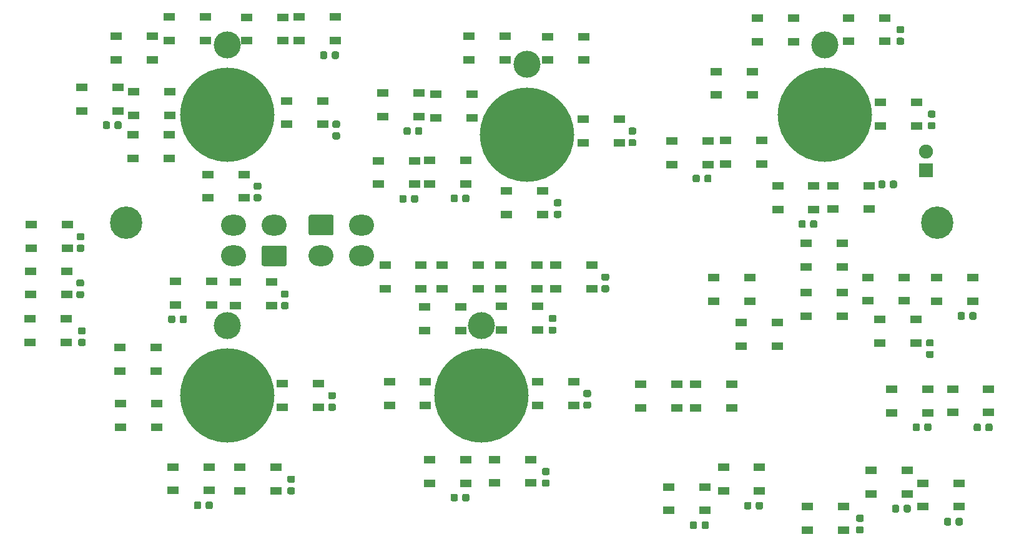
<source format=gbr>
G04 #@! TF.GenerationSoftware,KiCad,Pcbnew,(5.1.6)-1*
G04 #@! TF.CreationDate,2021-02-10T22:01:06+11:00*
G04 #@! TF.ProjectId,SIM CNTL Panel PCB V2,53494d20-434e-4544-9c20-50616e656c20,rev?*
G04 #@! TF.SameCoordinates,Original*
G04 #@! TF.FileFunction,Soldermask,Top*
G04 #@! TF.FilePolarity,Negative*
%FSLAX46Y46*%
G04 Gerber Fmt 4.6, Leading zero omitted, Abs format (unit mm)*
G04 Created by KiCad (PCBNEW (5.1.6)-1) date 2021-02-10 22:01:06*
%MOMM*%
%LPD*%
G01*
G04 APERTURE LIST*
%ADD10R,1.600000X1.100000*%
%ADD11C,1.900000*%
%ADD12R,1.900000X1.900000*%
%ADD13C,4.400000*%
%ADD14C,12.800000*%
%ADD15C,3.672000*%
%ADD16O,3.400000X2.800000*%
G04 APERTURE END LIST*
G04 #@! TO.C,C2*
G36*
G01*
X174682500Y-77571250D02*
X174682500Y-77008750D01*
G75*
G02*
X174926250Y-76765000I243750J0D01*
G01*
X175413750Y-76765000D01*
G75*
G02*
X175657500Y-77008750I0J-243750D01*
G01*
X175657500Y-77571250D01*
G75*
G02*
X175413750Y-77815000I-243750J0D01*
G01*
X174926250Y-77815000D01*
G75*
G02*
X174682500Y-77571250I0J243750D01*
G01*
G37*
G36*
G01*
X173107500Y-77571250D02*
X173107500Y-77008750D01*
G75*
G02*
X173351250Y-76765000I243750J0D01*
G01*
X173838750Y-76765000D01*
G75*
G02*
X174082500Y-77008750I0J-243750D01*
G01*
X174082500Y-77571250D01*
G75*
G02*
X173838750Y-77815000I-243750J0D01*
G01*
X173351250Y-77815000D01*
G75*
G02*
X173107500Y-77571250I0J243750D01*
G01*
G37*
G04 #@! TD*
D10*
G04 #@! TO.C,D2*
X94933600Y-57988400D03*
X94933600Y-61188400D03*
X99833600Y-57988400D03*
X99833600Y-61188400D03*
G04 #@! TD*
D11*
G04 #@! TO.C,D1*
X204725000Y-73625000D03*
D12*
X204725000Y-76165000D03*
G04 #@! TD*
G04 #@! TO.C,C29*
G36*
G01*
X204512500Y-111331250D02*
X204512500Y-110768750D01*
G75*
G02*
X204756250Y-110525000I243750J0D01*
G01*
X205243750Y-110525000D01*
G75*
G02*
X205487500Y-110768750I0J-243750D01*
G01*
X205487500Y-111331250D01*
G75*
G02*
X205243750Y-111575000I-243750J0D01*
G01*
X204756250Y-111575000D01*
G75*
G02*
X204512500Y-111331250I0J243750D01*
G01*
G37*
G36*
G01*
X202937500Y-111331250D02*
X202937500Y-110768750D01*
G75*
G02*
X203181250Y-110525000I243750J0D01*
G01*
X203668750Y-110525000D01*
G75*
G02*
X203912500Y-110768750I0J-243750D01*
G01*
X203912500Y-111331250D01*
G75*
G02*
X203668750Y-111575000I-243750J0D01*
G01*
X203181250Y-111575000D01*
G75*
G02*
X202937500Y-111331250I0J243750D01*
G01*
G37*
G04 #@! TD*
G04 #@! TO.C,C18*
G36*
G01*
X135462500Y-71131250D02*
X135462500Y-70568750D01*
G75*
G02*
X135706250Y-70325000I243750J0D01*
G01*
X136193750Y-70325000D01*
G75*
G02*
X136437500Y-70568750I0J-243750D01*
G01*
X136437500Y-71131250D01*
G75*
G02*
X136193750Y-71375000I-243750J0D01*
G01*
X135706250Y-71375000D01*
G75*
G02*
X135462500Y-71131250I0J243750D01*
G01*
G37*
G36*
G01*
X133887500Y-71131250D02*
X133887500Y-70568750D01*
G75*
G02*
X134131250Y-70325000I243750J0D01*
G01*
X134618750Y-70325000D01*
G75*
G02*
X134862500Y-70568750I0J-243750D01*
G01*
X134862500Y-71131250D01*
G75*
G02*
X134618750Y-71375000I-243750J0D01*
G01*
X134131250Y-71375000D01*
G75*
G02*
X133887500Y-71131250I0J243750D01*
G01*
G37*
G04 #@! TD*
G04 #@! TO.C,C17*
G36*
G01*
X125051250Y-70417500D02*
X124488750Y-70417500D01*
G75*
G02*
X124245000Y-70173750I0J243750D01*
G01*
X124245000Y-69686250D01*
G75*
G02*
X124488750Y-69442500I243750J0D01*
G01*
X125051250Y-69442500D01*
G75*
G02*
X125295000Y-69686250I0J-243750D01*
G01*
X125295000Y-70173750D01*
G75*
G02*
X125051250Y-70417500I-243750J0D01*
G01*
G37*
G36*
G01*
X125051250Y-71992500D02*
X124488750Y-71992500D01*
G75*
G02*
X124245000Y-71748750I0J243750D01*
G01*
X124245000Y-71261250D01*
G75*
G02*
X124488750Y-71017500I243750J0D01*
G01*
X125051250Y-71017500D01*
G75*
G02*
X125295000Y-71261250I0J-243750D01*
G01*
X125295000Y-71748750D01*
G75*
G02*
X125051250Y-71992500I-243750J0D01*
G01*
G37*
G04 #@! TD*
G04 #@! TO.C,C37*
G36*
G01*
X164643750Y-71937500D02*
X165206250Y-71937500D01*
G75*
G02*
X165450000Y-72181250I0J-243750D01*
G01*
X165450000Y-72668750D01*
G75*
G02*
X165206250Y-72912500I-243750J0D01*
G01*
X164643750Y-72912500D01*
G75*
G02*
X164400000Y-72668750I0J243750D01*
G01*
X164400000Y-72181250D01*
G75*
G02*
X164643750Y-71937500I243750J0D01*
G01*
G37*
G36*
G01*
X164643750Y-70362500D02*
X165206250Y-70362500D01*
G75*
G02*
X165450000Y-70606250I0J-243750D01*
G01*
X165450000Y-71093750D01*
G75*
G02*
X165206250Y-71337500I-243750J0D01*
G01*
X164643750Y-71337500D01*
G75*
G02*
X164400000Y-71093750I0J243750D01*
G01*
X164400000Y-70606250D01*
G75*
G02*
X164643750Y-70362500I243750J0D01*
G01*
G37*
G04 #@! TD*
G04 #@! TO.C,C36*
G36*
G01*
X212787500Y-111356250D02*
X212787500Y-110793750D01*
G75*
G02*
X213031250Y-110550000I243750J0D01*
G01*
X213518750Y-110550000D01*
G75*
G02*
X213762500Y-110793750I0J-243750D01*
G01*
X213762500Y-111356250D01*
G75*
G02*
X213518750Y-111600000I-243750J0D01*
G01*
X213031250Y-111600000D01*
G75*
G02*
X212787500Y-111356250I0J243750D01*
G01*
G37*
G36*
G01*
X211212500Y-111356250D02*
X211212500Y-110793750D01*
G75*
G02*
X211456250Y-110550000I243750J0D01*
G01*
X211943750Y-110550000D01*
G75*
G02*
X212187500Y-110793750I0J-243750D01*
G01*
X212187500Y-111356250D01*
G75*
G02*
X211943750Y-111600000I-243750J0D01*
G01*
X211456250Y-111600000D01*
G75*
G02*
X211212500Y-111356250I0J243750D01*
G01*
G37*
G04 #@! TD*
G04 #@! TO.C,C35*
G36*
G01*
X189037500Y-83756250D02*
X189037500Y-83193750D01*
G75*
G02*
X189281250Y-82950000I243750J0D01*
G01*
X189768750Y-82950000D01*
G75*
G02*
X190012500Y-83193750I0J-243750D01*
G01*
X190012500Y-83756250D01*
G75*
G02*
X189768750Y-84000000I-243750J0D01*
G01*
X189281250Y-84000000D01*
G75*
G02*
X189037500Y-83756250I0J243750D01*
G01*
G37*
G36*
G01*
X187462500Y-83756250D02*
X187462500Y-83193750D01*
G75*
G02*
X187706250Y-82950000I243750J0D01*
G01*
X188193750Y-82950000D01*
G75*
G02*
X188437500Y-83193750I0J-243750D01*
G01*
X188437500Y-83756250D01*
G75*
G02*
X188193750Y-84000000I-243750J0D01*
G01*
X187706250Y-84000000D01*
G75*
G02*
X187462500Y-83756250I0J243750D01*
G01*
G37*
G04 #@! TD*
G04 #@! TO.C,C34*
G36*
G01*
X208762500Y-124156250D02*
X208762500Y-123593750D01*
G75*
G02*
X209006250Y-123350000I243750J0D01*
G01*
X209493750Y-123350000D01*
G75*
G02*
X209737500Y-123593750I0J-243750D01*
G01*
X209737500Y-124156250D01*
G75*
G02*
X209493750Y-124400000I-243750J0D01*
G01*
X209006250Y-124400000D01*
G75*
G02*
X208762500Y-124156250I0J243750D01*
G01*
G37*
G36*
G01*
X207187500Y-124156250D02*
X207187500Y-123593750D01*
G75*
G02*
X207431250Y-123350000I243750J0D01*
G01*
X207918750Y-123350000D01*
G75*
G02*
X208162500Y-123593750I0J-243750D01*
G01*
X208162500Y-124156250D01*
G75*
G02*
X207918750Y-124400000I-243750J0D01*
G01*
X207431250Y-124400000D01*
G75*
G02*
X207187500Y-124156250I0J243750D01*
G01*
G37*
G04 #@! TD*
G04 #@! TO.C,C33*
G36*
G01*
X158518750Y-107562500D02*
X159081250Y-107562500D01*
G75*
G02*
X159325000Y-107806250I0J-243750D01*
G01*
X159325000Y-108293750D01*
G75*
G02*
X159081250Y-108537500I-243750J0D01*
G01*
X158518750Y-108537500D01*
G75*
G02*
X158275000Y-108293750I0J243750D01*
G01*
X158275000Y-107806250D01*
G75*
G02*
X158518750Y-107562500I243750J0D01*
G01*
G37*
G36*
G01*
X158518750Y-105987500D02*
X159081250Y-105987500D01*
G75*
G02*
X159325000Y-106231250I0J-243750D01*
G01*
X159325000Y-106718750D01*
G75*
G02*
X159081250Y-106962500I-243750J0D01*
G01*
X158518750Y-106962500D01*
G75*
G02*
X158275000Y-106718750I0J243750D01*
G01*
X158275000Y-106231250D01*
G75*
G02*
X158518750Y-105987500I243750J0D01*
G01*
G37*
G04 #@! TD*
G04 #@! TO.C,C32*
G36*
G01*
X210612500Y-96231250D02*
X210612500Y-95668750D01*
G75*
G02*
X210856250Y-95425000I243750J0D01*
G01*
X211343750Y-95425000D01*
G75*
G02*
X211587500Y-95668750I0J-243750D01*
G01*
X211587500Y-96231250D01*
G75*
G02*
X211343750Y-96475000I-243750J0D01*
G01*
X210856250Y-96475000D01*
G75*
G02*
X210612500Y-96231250I0J243750D01*
G01*
G37*
G36*
G01*
X209037500Y-96231250D02*
X209037500Y-95668750D01*
G75*
G02*
X209281250Y-95425000I243750J0D01*
G01*
X209768750Y-95425000D01*
G75*
G02*
X210012500Y-95668750I0J-243750D01*
G01*
X210012500Y-96231250D01*
G75*
G02*
X209768750Y-96475000I-243750J0D01*
G01*
X209281250Y-96475000D01*
G75*
G02*
X209037500Y-96231250I0J243750D01*
G01*
G37*
G04 #@! TD*
G04 #@! TO.C,C31*
G36*
G01*
X201712500Y-122381250D02*
X201712500Y-121818750D01*
G75*
G02*
X201956250Y-121575000I243750J0D01*
G01*
X202443750Y-121575000D01*
G75*
G02*
X202687500Y-121818750I0J-243750D01*
G01*
X202687500Y-122381250D01*
G75*
G02*
X202443750Y-122625000I-243750J0D01*
G01*
X201956250Y-122625000D01*
G75*
G02*
X201712500Y-122381250I0J243750D01*
G01*
G37*
G36*
G01*
X200137500Y-122381250D02*
X200137500Y-121818750D01*
G75*
G02*
X200381250Y-121575000I243750J0D01*
G01*
X200868750Y-121575000D01*
G75*
G02*
X201112500Y-121818750I0J-243750D01*
G01*
X201112500Y-122381250D01*
G75*
G02*
X200868750Y-122625000I-243750J0D01*
G01*
X200381250Y-122625000D01*
G75*
G02*
X200137500Y-122381250I0J243750D01*
G01*
G37*
G04 #@! TD*
G04 #@! TO.C,C30*
G36*
G01*
X174312500Y-124631250D02*
X174312500Y-124068750D01*
G75*
G02*
X174556250Y-123825000I243750J0D01*
G01*
X175043750Y-123825000D01*
G75*
G02*
X175287500Y-124068750I0J-243750D01*
G01*
X175287500Y-124631250D01*
G75*
G02*
X175043750Y-124875000I-243750J0D01*
G01*
X174556250Y-124875000D01*
G75*
G02*
X174312500Y-124631250I0J243750D01*
G01*
G37*
G36*
G01*
X172737500Y-124631250D02*
X172737500Y-124068750D01*
G75*
G02*
X172981250Y-123825000I243750J0D01*
G01*
X173468750Y-123825000D01*
G75*
G02*
X173712500Y-124068750I0J-243750D01*
G01*
X173712500Y-124631250D01*
G75*
G02*
X173468750Y-124875000I-243750J0D01*
G01*
X172981250Y-124875000D01*
G75*
G02*
X172737500Y-124631250I0J243750D01*
G01*
G37*
G04 #@! TD*
G04 #@! TO.C,C28*
G36*
G01*
X107050000Y-121931250D02*
X107050000Y-121368750D01*
G75*
G02*
X107293750Y-121125000I243750J0D01*
G01*
X107781250Y-121125000D01*
G75*
G02*
X108025000Y-121368750I0J-243750D01*
G01*
X108025000Y-121931250D01*
G75*
G02*
X107781250Y-122175000I-243750J0D01*
G01*
X107293750Y-122175000D01*
G75*
G02*
X107050000Y-121931250I0J243750D01*
G01*
G37*
G36*
G01*
X105475000Y-121931250D02*
X105475000Y-121368750D01*
G75*
G02*
X105718750Y-121125000I243750J0D01*
G01*
X106206250Y-121125000D01*
G75*
G02*
X106450000Y-121368750I0J-243750D01*
G01*
X106450000Y-121931250D01*
G75*
G02*
X106206250Y-122175000I-243750J0D01*
G01*
X105718750Y-122175000D01*
G75*
G02*
X105475000Y-121931250I0J243750D01*
G01*
G37*
G04 #@! TD*
G04 #@! TO.C,C27*
G36*
G01*
X141862500Y-120881250D02*
X141862500Y-120318750D01*
G75*
G02*
X142106250Y-120075000I243750J0D01*
G01*
X142593750Y-120075000D01*
G75*
G02*
X142837500Y-120318750I0J-243750D01*
G01*
X142837500Y-120881250D01*
G75*
G02*
X142593750Y-121125000I-243750J0D01*
G01*
X142106250Y-121125000D01*
G75*
G02*
X141862500Y-120881250I0J243750D01*
G01*
G37*
G36*
G01*
X140287500Y-120881250D02*
X140287500Y-120318750D01*
G75*
G02*
X140531250Y-120075000I243750J0D01*
G01*
X141018750Y-120075000D01*
G75*
G02*
X141262500Y-120318750I0J-243750D01*
G01*
X141262500Y-120881250D01*
G75*
G02*
X141018750Y-121125000I-243750J0D01*
G01*
X140531250Y-121125000D01*
G75*
G02*
X140287500Y-120881250I0J243750D01*
G01*
G37*
G04 #@! TD*
G04 #@! TO.C,C26*
G36*
G01*
X181662500Y-121981250D02*
X181662500Y-121418750D01*
G75*
G02*
X181906250Y-121175000I243750J0D01*
G01*
X182393750Y-121175000D01*
G75*
G02*
X182637500Y-121418750I0J-243750D01*
G01*
X182637500Y-121981250D01*
G75*
G02*
X182393750Y-122225000I-243750J0D01*
G01*
X181906250Y-122225000D01*
G75*
G02*
X181662500Y-121981250I0J243750D01*
G01*
G37*
G36*
G01*
X180087500Y-121981250D02*
X180087500Y-121418750D01*
G75*
G02*
X180331250Y-121175000I243750J0D01*
G01*
X180818750Y-121175000D01*
G75*
G02*
X181062500Y-121418750I0J-243750D01*
G01*
X181062500Y-121981250D01*
G75*
G02*
X180818750Y-122225000I-243750J0D01*
G01*
X180331250Y-122225000D01*
G75*
G02*
X180087500Y-121981250I0J243750D01*
G01*
G37*
G04 #@! TD*
G04 #@! TO.C,C25*
G36*
G01*
X103562500Y-96681250D02*
X103562500Y-96118750D01*
G75*
G02*
X103806250Y-95875000I243750J0D01*
G01*
X104293750Y-95875000D01*
G75*
G02*
X104537500Y-96118750I0J-243750D01*
G01*
X104537500Y-96681250D01*
G75*
G02*
X104293750Y-96925000I-243750J0D01*
G01*
X103806250Y-96925000D01*
G75*
G02*
X103562500Y-96681250I0J243750D01*
G01*
G37*
G36*
G01*
X101987500Y-96681250D02*
X101987500Y-96118750D01*
G75*
G02*
X102231250Y-95875000I243750J0D01*
G01*
X102718750Y-95875000D01*
G75*
G02*
X102962500Y-96118750I0J-243750D01*
G01*
X102962500Y-96681250D01*
G75*
G02*
X102718750Y-96925000I-243750J0D01*
G01*
X102231250Y-96925000D01*
G75*
G02*
X101987500Y-96681250I0J243750D01*
G01*
G37*
G04 #@! TD*
G04 #@! TO.C,C24*
G36*
G01*
X160968750Y-91762500D02*
X161531250Y-91762500D01*
G75*
G02*
X161775000Y-92006250I0J-243750D01*
G01*
X161775000Y-92493750D01*
G75*
G02*
X161531250Y-92737500I-243750J0D01*
G01*
X160968750Y-92737500D01*
G75*
G02*
X160725000Y-92493750I0J243750D01*
G01*
X160725000Y-92006250D01*
G75*
G02*
X160968750Y-91762500I243750J0D01*
G01*
G37*
G36*
G01*
X160968750Y-90187500D02*
X161531250Y-90187500D01*
G75*
G02*
X161775000Y-90431250I0J-243750D01*
G01*
X161775000Y-90918750D01*
G75*
G02*
X161531250Y-91162500I-243750J0D01*
G01*
X160968750Y-91162500D01*
G75*
G02*
X160725000Y-90918750I0J243750D01*
G01*
X160725000Y-90431250D01*
G75*
G02*
X160968750Y-90187500I243750J0D01*
G01*
G37*
G04 #@! TD*
G04 #@! TO.C,C23*
G36*
G01*
X117518750Y-94062500D02*
X118081250Y-94062500D01*
G75*
G02*
X118325000Y-94306250I0J-243750D01*
G01*
X118325000Y-94793750D01*
G75*
G02*
X118081250Y-95037500I-243750J0D01*
G01*
X117518750Y-95037500D01*
G75*
G02*
X117275000Y-94793750I0J243750D01*
G01*
X117275000Y-94306250D01*
G75*
G02*
X117518750Y-94062500I243750J0D01*
G01*
G37*
G36*
G01*
X117518750Y-92487500D02*
X118081250Y-92487500D01*
G75*
G02*
X118325000Y-92731250I0J-243750D01*
G01*
X118325000Y-93218750D01*
G75*
G02*
X118081250Y-93462500I-243750J0D01*
G01*
X117518750Y-93462500D01*
G75*
G02*
X117275000Y-93218750I0J243750D01*
G01*
X117275000Y-92731250D01*
G75*
G02*
X117518750Y-92487500I243750J0D01*
G01*
G37*
G04 #@! TD*
G04 #@! TO.C,C22*
G36*
G01*
X123918750Y-107850000D02*
X124481250Y-107850000D01*
G75*
G02*
X124725000Y-108093750I0J-243750D01*
G01*
X124725000Y-108581250D01*
G75*
G02*
X124481250Y-108825000I-243750J0D01*
G01*
X123918750Y-108825000D01*
G75*
G02*
X123675000Y-108581250I0J243750D01*
G01*
X123675000Y-108093750D01*
G75*
G02*
X123918750Y-107850000I243750J0D01*
G01*
G37*
G36*
G01*
X123918750Y-106275000D02*
X124481250Y-106275000D01*
G75*
G02*
X124725000Y-106518750I0J-243750D01*
G01*
X124725000Y-107006250D01*
G75*
G02*
X124481250Y-107250000I-243750J0D01*
G01*
X123918750Y-107250000D01*
G75*
G02*
X123675000Y-107006250I0J243750D01*
G01*
X123675000Y-106518750D01*
G75*
G02*
X123918750Y-106275000I243750J0D01*
G01*
G37*
G04 #@! TD*
G04 #@! TO.C,C21*
G36*
G01*
X134912500Y-80331250D02*
X134912500Y-79768750D01*
G75*
G02*
X135156250Y-79525000I243750J0D01*
G01*
X135643750Y-79525000D01*
G75*
G02*
X135887500Y-79768750I0J-243750D01*
G01*
X135887500Y-80331250D01*
G75*
G02*
X135643750Y-80575000I-243750J0D01*
G01*
X135156250Y-80575000D01*
G75*
G02*
X134912500Y-80331250I0J243750D01*
G01*
G37*
G36*
G01*
X133337500Y-80331250D02*
X133337500Y-79768750D01*
G75*
G02*
X133581250Y-79525000I243750J0D01*
G01*
X134068750Y-79525000D01*
G75*
G02*
X134312500Y-79768750I0J-243750D01*
G01*
X134312500Y-80331250D01*
G75*
G02*
X134068750Y-80575000I-243750J0D01*
G01*
X133581250Y-80575000D01*
G75*
G02*
X133337500Y-80331250I0J243750D01*
G01*
G37*
G04 #@! TD*
G04 #@! TO.C,C20*
G36*
G01*
X124162500Y-60831250D02*
X124162500Y-60268750D01*
G75*
G02*
X124406250Y-60025000I243750J0D01*
G01*
X124893750Y-60025000D01*
G75*
G02*
X125137500Y-60268750I0J-243750D01*
G01*
X125137500Y-60831250D01*
G75*
G02*
X124893750Y-61075000I-243750J0D01*
G01*
X124406250Y-61075000D01*
G75*
G02*
X124162500Y-60831250I0J243750D01*
G01*
G37*
G36*
G01*
X122587500Y-60831250D02*
X122587500Y-60268750D01*
G75*
G02*
X122831250Y-60025000I243750J0D01*
G01*
X123318750Y-60025000D01*
G75*
G02*
X123562500Y-60268750I0J-243750D01*
G01*
X123562500Y-60831250D01*
G75*
G02*
X123318750Y-61075000I-243750J0D01*
G01*
X122831250Y-61075000D01*
G75*
G02*
X122587500Y-60831250I0J243750D01*
G01*
G37*
G04 #@! TD*
G04 #@! TO.C,C19*
G36*
G01*
X141862500Y-80281250D02*
X141862500Y-79718750D01*
G75*
G02*
X142106250Y-79475000I243750J0D01*
G01*
X142593750Y-79475000D01*
G75*
G02*
X142837500Y-79718750I0J-243750D01*
G01*
X142837500Y-80281250D01*
G75*
G02*
X142593750Y-80525000I-243750J0D01*
G01*
X142106250Y-80525000D01*
G75*
G02*
X141862500Y-80281250I0J243750D01*
G01*
G37*
G36*
G01*
X140287500Y-80281250D02*
X140287500Y-79718750D01*
G75*
G02*
X140531250Y-79475000I243750J0D01*
G01*
X141018750Y-79475000D01*
G75*
G02*
X141262500Y-79718750I0J-243750D01*
G01*
X141262500Y-80281250D01*
G75*
G02*
X141018750Y-80525000I-243750J0D01*
G01*
X140531250Y-80525000D01*
G75*
G02*
X140287500Y-80281250I0J243750D01*
G01*
G37*
G04 #@! TD*
G04 #@! TO.C,C16*
G36*
G01*
X89818750Y-86262500D02*
X90381250Y-86262500D01*
G75*
G02*
X90625000Y-86506250I0J-243750D01*
G01*
X90625000Y-86993750D01*
G75*
G02*
X90381250Y-87237500I-243750J0D01*
G01*
X89818750Y-87237500D01*
G75*
G02*
X89575000Y-86993750I0J243750D01*
G01*
X89575000Y-86506250D01*
G75*
G02*
X89818750Y-86262500I243750J0D01*
G01*
G37*
G36*
G01*
X89818750Y-84687500D02*
X90381250Y-84687500D01*
G75*
G02*
X90625000Y-84931250I0J-243750D01*
G01*
X90625000Y-85418750D01*
G75*
G02*
X90381250Y-85662500I-243750J0D01*
G01*
X89818750Y-85662500D01*
G75*
G02*
X89575000Y-85418750I0J243750D01*
G01*
X89575000Y-84931250D01*
G75*
G02*
X89818750Y-84687500I243750J0D01*
G01*
G37*
G04 #@! TD*
G04 #@! TO.C,C15*
G36*
G01*
X113818750Y-79412500D02*
X114381250Y-79412500D01*
G75*
G02*
X114625000Y-79656250I0J-243750D01*
G01*
X114625000Y-80143750D01*
G75*
G02*
X114381250Y-80387500I-243750J0D01*
G01*
X113818750Y-80387500D01*
G75*
G02*
X113575000Y-80143750I0J243750D01*
G01*
X113575000Y-79656250D01*
G75*
G02*
X113818750Y-79412500I243750J0D01*
G01*
G37*
G36*
G01*
X113818750Y-77837500D02*
X114381250Y-77837500D01*
G75*
G02*
X114625000Y-78081250I0J-243750D01*
G01*
X114625000Y-78568750D01*
G75*
G02*
X114381250Y-78812500I-243750J0D01*
G01*
X113818750Y-78812500D01*
G75*
G02*
X113575000Y-78568750I0J243750D01*
G01*
X113575000Y-78081250D01*
G75*
G02*
X113818750Y-77837500I243750J0D01*
G01*
G37*
G04 #@! TD*
G04 #@! TO.C,C14*
G36*
G01*
X89768750Y-92562500D02*
X90331250Y-92562500D01*
G75*
G02*
X90575000Y-92806250I0J-243750D01*
G01*
X90575000Y-93293750D01*
G75*
G02*
X90331250Y-93537500I-243750J0D01*
G01*
X89768750Y-93537500D01*
G75*
G02*
X89525000Y-93293750I0J243750D01*
G01*
X89525000Y-92806250D01*
G75*
G02*
X89768750Y-92562500I243750J0D01*
G01*
G37*
G36*
G01*
X89768750Y-90987500D02*
X90331250Y-90987500D01*
G75*
G02*
X90575000Y-91231250I0J-243750D01*
G01*
X90575000Y-91718750D01*
G75*
G02*
X90331250Y-91962500I-243750J0D01*
G01*
X89768750Y-91962500D01*
G75*
G02*
X89525000Y-91718750I0J243750D01*
G01*
X89525000Y-91231250D01*
G75*
G02*
X89768750Y-90987500I243750J0D01*
G01*
G37*
G04 #@! TD*
D13*
G04 #@! TO.C,7*
X96280995Y-83275097D03*
G04 #@! TD*
G04 #@! TO.C,6*
X206262994Y-83275097D03*
G04 #@! TD*
D14*
G04 #@! TO.C,5*
X144436009Y-106770097D03*
X144436009Y-106770097D03*
D15*
X144436009Y-97245097D03*
G04 #@! TD*
D14*
G04 #@! TO.C,4*
X109996995Y-106770097D03*
X109996995Y-106770097D03*
D15*
X109996995Y-97245097D03*
G04 #@! TD*
D14*
G04 #@! TO.C,3*
X191022995Y-68670097D03*
X191022995Y-68670097D03*
D15*
X191022995Y-59145097D03*
G04 #@! TD*
D14*
G04 #@! TO.C,2*
X150636995Y-71337097D03*
X150636995Y-71337097D03*
D15*
X150636995Y-61812097D03*
G04 #@! TD*
D14*
G04 #@! TO.C,1*
X109996995Y-68670097D03*
X109996995Y-68670097D03*
D15*
X109996995Y-59145097D03*
G04 #@! TD*
G04 #@! TO.C,R1*
G36*
G01*
X199242000Y-77798350D02*
X199242000Y-78360850D01*
G75*
G02*
X198998250Y-78604600I-243750J0D01*
G01*
X198510750Y-78604600D01*
G75*
G02*
X198267000Y-78360850I0J243750D01*
G01*
X198267000Y-77798350D01*
G75*
G02*
X198510750Y-77554600I243750J0D01*
G01*
X198998250Y-77554600D01*
G75*
G02*
X199242000Y-77798350I0J-243750D01*
G01*
G37*
G36*
G01*
X200817000Y-77798350D02*
X200817000Y-78360850D01*
G75*
G02*
X200573250Y-78604600I-243750J0D01*
G01*
X200085750Y-78604600D01*
G75*
G02*
X199842000Y-78360850I0J243750D01*
G01*
X199842000Y-77798350D01*
G75*
G02*
X200085750Y-77554600I243750J0D01*
G01*
X200573250Y-77554600D01*
G75*
G02*
X200817000Y-77798350I0J-243750D01*
G01*
G37*
G04 #@! TD*
D16*
G04 #@! TO.C,J2*
X128225000Y-87809200D03*
X128225000Y-83609200D03*
X122725000Y-87809200D03*
G36*
G01*
X121284260Y-82209200D02*
X124165740Y-82209200D01*
G75*
G02*
X124425000Y-82468460I0J-259260D01*
G01*
X124425000Y-84749940D01*
G75*
G02*
X124165740Y-85009200I-259260J0D01*
G01*
X121284260Y-85009200D01*
G75*
G02*
X121025000Y-84749940I0J259260D01*
G01*
X121025000Y-82468460D01*
G75*
G02*
X121284260Y-82209200I259260J0D01*
G01*
G37*
G04 #@! TD*
G04 #@! TO.C,J1*
X110865000Y-83592600D03*
X110865000Y-87792600D03*
X116365000Y-83592600D03*
G36*
G01*
X117805740Y-89192600D02*
X114924260Y-89192600D01*
G75*
G02*
X114665000Y-88933340I0J259260D01*
G01*
X114665000Y-86651860D01*
G75*
G02*
X114924260Y-86392600I259260J0D01*
G01*
X117805740Y-86392600D01*
G75*
G02*
X118065000Y-86651860I0J-259260D01*
G01*
X118065000Y-88933340D01*
G75*
G02*
X117805740Y-89192600I-259260J0D01*
G01*
G37*
G04 #@! TD*
G04 #@! TO.C,C13*
G36*
G01*
X195501750Y-124491000D02*
X196064250Y-124491000D01*
G75*
G02*
X196308000Y-124734750I0J-243750D01*
G01*
X196308000Y-125222250D01*
G75*
G02*
X196064250Y-125466000I-243750J0D01*
G01*
X195501750Y-125466000D01*
G75*
G02*
X195258000Y-125222250I0J243750D01*
G01*
X195258000Y-124734750D01*
G75*
G02*
X195501750Y-124491000I243750J0D01*
G01*
G37*
G36*
G01*
X195501750Y-122916000D02*
X196064250Y-122916000D01*
G75*
G02*
X196308000Y-123159750I0J-243750D01*
G01*
X196308000Y-123647250D01*
G75*
G02*
X196064250Y-123891000I-243750J0D01*
G01*
X195501750Y-123891000D01*
G75*
G02*
X195258000Y-123647250I0J243750D01*
G01*
X195258000Y-123159750D01*
G75*
G02*
X195501750Y-122916000I243750J0D01*
G01*
G37*
G04 #@! TD*
G04 #@! TO.C,C12*
G36*
G01*
X205556250Y-100087500D02*
X204993750Y-100087500D01*
G75*
G02*
X204750000Y-99843750I0J243750D01*
G01*
X204750000Y-99356250D01*
G75*
G02*
X204993750Y-99112500I243750J0D01*
G01*
X205556250Y-99112500D01*
G75*
G02*
X205800000Y-99356250I0J-243750D01*
G01*
X205800000Y-99843750D01*
G75*
G02*
X205556250Y-100087500I-243750J0D01*
G01*
G37*
G36*
G01*
X205556250Y-101662500D02*
X204993750Y-101662500D01*
G75*
G02*
X204750000Y-101418750I0J243750D01*
G01*
X204750000Y-100931250D01*
G75*
G02*
X204993750Y-100687500I243750J0D01*
G01*
X205556250Y-100687500D01*
G75*
G02*
X205800000Y-100931250I0J-243750D01*
G01*
X205800000Y-101418750D01*
G75*
G02*
X205556250Y-101662500I-243750J0D01*
G01*
G37*
G04 #@! TD*
G04 #@! TO.C,C11*
G36*
G01*
X200985750Y-58176300D02*
X201548250Y-58176300D01*
G75*
G02*
X201792000Y-58420050I0J-243750D01*
G01*
X201792000Y-58907550D01*
G75*
G02*
X201548250Y-59151300I-243750J0D01*
G01*
X200985750Y-59151300D01*
G75*
G02*
X200742000Y-58907550I0J243750D01*
G01*
X200742000Y-58420050D01*
G75*
G02*
X200985750Y-58176300I243750J0D01*
G01*
G37*
G36*
G01*
X200985750Y-56601300D02*
X201548250Y-56601300D01*
G75*
G02*
X201792000Y-56845050I0J-243750D01*
G01*
X201792000Y-57332550D01*
G75*
G02*
X201548250Y-57576300I-243750J0D01*
G01*
X200985750Y-57576300D01*
G75*
G02*
X200742000Y-57332550I0J243750D01*
G01*
X200742000Y-56845050D01*
G75*
G02*
X200985750Y-56601300I243750J0D01*
G01*
G37*
G04 #@! TD*
G04 #@! TO.C,C10*
G36*
G01*
X205237750Y-69629200D02*
X205800250Y-69629200D01*
G75*
G02*
X206044000Y-69872950I0J-243750D01*
G01*
X206044000Y-70360450D01*
G75*
G02*
X205800250Y-70604200I-243750J0D01*
G01*
X205237750Y-70604200D01*
G75*
G02*
X204994000Y-70360450I0J243750D01*
G01*
X204994000Y-69872950D01*
G75*
G02*
X205237750Y-69629200I243750J0D01*
G01*
G37*
G36*
G01*
X205237750Y-68054200D02*
X205800250Y-68054200D01*
G75*
G02*
X206044000Y-68297950I0J-243750D01*
G01*
X206044000Y-68785450D01*
G75*
G02*
X205800250Y-69029200I-243750J0D01*
G01*
X205237750Y-69029200D01*
G75*
G02*
X204994000Y-68785450I0J243750D01*
G01*
X204994000Y-68297950D01*
G75*
G02*
X205237750Y-68054200I243750J0D01*
G01*
G37*
G04 #@! TD*
G04 #@! TO.C,C9*
G36*
G01*
X154513750Y-81679000D02*
X155076250Y-81679000D01*
G75*
G02*
X155320000Y-81922750I0J-243750D01*
G01*
X155320000Y-82410250D01*
G75*
G02*
X155076250Y-82654000I-243750J0D01*
G01*
X154513750Y-82654000D01*
G75*
G02*
X154270000Y-82410250I0J243750D01*
G01*
X154270000Y-81922750D01*
G75*
G02*
X154513750Y-81679000I243750J0D01*
G01*
G37*
G36*
G01*
X154513750Y-80104000D02*
X155076250Y-80104000D01*
G75*
G02*
X155320000Y-80347750I0J-243750D01*
G01*
X155320000Y-80835250D01*
G75*
G02*
X155076250Y-81079000I-243750J0D01*
G01*
X154513750Y-81079000D01*
G75*
G02*
X154270000Y-80835250I0J243750D01*
G01*
X154270000Y-80347750D01*
G75*
G02*
X154513750Y-80104000I243750J0D01*
G01*
G37*
G04 #@! TD*
G04 #@! TO.C,C8*
G36*
G01*
X153822750Y-97384000D02*
X154385250Y-97384000D01*
G75*
G02*
X154629000Y-97627750I0J-243750D01*
G01*
X154629000Y-98115250D01*
G75*
G02*
X154385250Y-98359000I-243750J0D01*
G01*
X153822750Y-98359000D01*
G75*
G02*
X153579000Y-98115250I0J243750D01*
G01*
X153579000Y-97627750D01*
G75*
G02*
X153822750Y-97384000I243750J0D01*
G01*
G37*
G36*
G01*
X153822750Y-95809000D02*
X154385250Y-95809000D01*
G75*
G02*
X154629000Y-96052750I0J-243750D01*
G01*
X154629000Y-96540250D01*
G75*
G02*
X154385250Y-96784000I-243750J0D01*
G01*
X153822750Y-96784000D01*
G75*
G02*
X153579000Y-96540250I0J243750D01*
G01*
X153579000Y-96052750D01*
G75*
G02*
X153822750Y-95809000I243750J0D01*
G01*
G37*
G04 #@! TD*
G04 #@! TO.C,C7*
G36*
G01*
X152908750Y-118148000D02*
X153471250Y-118148000D01*
G75*
G02*
X153715000Y-118391750I0J-243750D01*
G01*
X153715000Y-118879250D01*
G75*
G02*
X153471250Y-119123000I-243750J0D01*
G01*
X152908750Y-119123000D01*
G75*
G02*
X152665000Y-118879250I0J243750D01*
G01*
X152665000Y-118391750D01*
G75*
G02*
X152908750Y-118148000I243750J0D01*
G01*
G37*
G36*
G01*
X152908750Y-116573000D02*
X153471250Y-116573000D01*
G75*
G02*
X153715000Y-116816750I0J-243750D01*
G01*
X153715000Y-117304250D01*
G75*
G02*
X153471250Y-117548000I-243750J0D01*
G01*
X152908750Y-117548000D01*
G75*
G02*
X152665000Y-117304250I0J243750D01*
G01*
X152665000Y-116816750D01*
G75*
G02*
X152908750Y-116573000I243750J0D01*
G01*
G37*
G04 #@! TD*
G04 #@! TO.C,C6*
G36*
G01*
X118374750Y-119195000D02*
X118937250Y-119195000D01*
G75*
G02*
X119181000Y-119438750I0J-243750D01*
G01*
X119181000Y-119926250D01*
G75*
G02*
X118937250Y-120170000I-243750J0D01*
G01*
X118374750Y-120170000D01*
G75*
G02*
X118131000Y-119926250I0J243750D01*
G01*
X118131000Y-119438750D01*
G75*
G02*
X118374750Y-119195000I243750J0D01*
G01*
G37*
G36*
G01*
X118374750Y-117620000D02*
X118937250Y-117620000D01*
G75*
G02*
X119181000Y-117863750I0J-243750D01*
G01*
X119181000Y-118351250D01*
G75*
G02*
X118937250Y-118595000I-243750J0D01*
G01*
X118374750Y-118595000D01*
G75*
G02*
X118131000Y-118351250I0J243750D01*
G01*
X118131000Y-117863750D01*
G75*
G02*
X118374750Y-117620000I243750J0D01*
G01*
G37*
G04 #@! TD*
G04 #@! TO.C,C5*
G36*
G01*
X89997950Y-99050100D02*
X90560450Y-99050100D01*
G75*
G02*
X90804200Y-99293850I0J-243750D01*
G01*
X90804200Y-99781350D01*
G75*
G02*
X90560450Y-100025100I-243750J0D01*
G01*
X89997950Y-100025100D01*
G75*
G02*
X89754200Y-99781350I0J243750D01*
G01*
X89754200Y-99293850D01*
G75*
G02*
X89997950Y-99050100I243750J0D01*
G01*
G37*
G36*
G01*
X89997950Y-97475100D02*
X90560450Y-97475100D01*
G75*
G02*
X90804200Y-97718850I0J-243750D01*
G01*
X90804200Y-98206350D01*
G75*
G02*
X90560450Y-98450100I-243750J0D01*
G01*
X89997950Y-98450100D01*
G75*
G02*
X89754200Y-98206350I0J243750D01*
G01*
X89754200Y-97718850D01*
G75*
G02*
X89997950Y-97475100I243750J0D01*
G01*
G37*
G04 #@! TD*
G04 #@! TO.C,C3*
G36*
G01*
X94700000Y-70331250D02*
X94700000Y-69768750D01*
G75*
G02*
X94943750Y-69525000I243750J0D01*
G01*
X95431250Y-69525000D01*
G75*
G02*
X95675000Y-69768750I0J-243750D01*
G01*
X95675000Y-70331250D01*
G75*
G02*
X95431250Y-70575000I-243750J0D01*
G01*
X94943750Y-70575000D01*
G75*
G02*
X94700000Y-70331250I0J243750D01*
G01*
G37*
G36*
G01*
X93125000Y-70331250D02*
X93125000Y-69768750D01*
G75*
G02*
X93368750Y-69525000I243750J0D01*
G01*
X93856250Y-69525000D01*
G75*
G02*
X94100000Y-69768750I0J-243750D01*
G01*
X94100000Y-70331250D01*
G75*
G02*
X93856250Y-70575000I-243750J0D01*
G01*
X93368750Y-70575000D01*
G75*
G02*
X93125000Y-70331250I0J243750D01*
G01*
G37*
G04 #@! TD*
D10*
G04 #@! TO.C,D62*
X136767000Y-94691400D03*
X136767000Y-97891400D03*
X141667000Y-94691400D03*
X141667000Y-97891400D03*
G04 #@! TD*
G04 #@! TO.C,D61*
X131981000Y-104877000D03*
X131981000Y-108077000D03*
X136881000Y-104877000D03*
X136881000Y-108077000D03*
G04 #@! TD*
G04 #@! TO.C,D60*
X137442000Y-115443000D03*
X137442000Y-118643000D03*
X142342000Y-115443000D03*
X142342000Y-118643000D03*
G04 #@! TD*
G04 #@! TO.C,D59*
X146242000Y-115418000D03*
X146242000Y-118618000D03*
X151142000Y-115418000D03*
X151142000Y-118618000D03*
G04 #@! TD*
G04 #@! TO.C,D58*
X152097000Y-104902000D03*
X152097000Y-108102000D03*
X156997000Y-104902000D03*
X156997000Y-108102000D03*
G04 #@! TD*
G04 #@! TO.C,D57*
X147170000Y-94665800D03*
X147170000Y-97865800D03*
X152070000Y-94665800D03*
X152070000Y-97865800D03*
G04 #@! TD*
G04 #@! TO.C,D56*
X154536000Y-89077800D03*
X154536000Y-92277800D03*
X159436000Y-89077800D03*
X159436000Y-92277800D03*
G04 #@! TD*
G04 #@! TO.C,D55*
X147105000Y-89078000D03*
X147105000Y-92278000D03*
X152005000Y-89078000D03*
X152005000Y-92278000D03*
G04 #@! TD*
G04 #@! TO.C,D54*
X139118000Y-89052800D03*
X139118000Y-92252800D03*
X144018000Y-89052800D03*
X144018000Y-92252800D03*
G04 #@! TD*
G04 #@! TO.C,D53*
X188482000Y-92761000D03*
X188482000Y-95961000D03*
X193382000Y-92761000D03*
X193382000Y-95961000D03*
G04 #@! TD*
G04 #@! TO.C,D52*
X175973000Y-90728800D03*
X175973000Y-93928800D03*
X180873000Y-90728800D03*
X180873000Y-93928800D03*
G04 #@! TD*
G04 #@! TO.C,D51*
X179682000Y-96850200D03*
X179682000Y-100050200D03*
X184582000Y-96850200D03*
X184582000Y-100050200D03*
G04 #@! TD*
G04 #@! TO.C,D50*
X166042000Y-105207000D03*
X166042000Y-108407000D03*
X170942000Y-105207000D03*
X170942000Y-108407000D03*
G04 #@! TD*
G04 #@! TO.C,D49*
X173496000Y-105207000D03*
X173496000Y-108407000D03*
X178396000Y-105207000D03*
X178396000Y-108407000D03*
G04 #@! TD*
G04 #@! TO.C,D48*
X169864000Y-119152000D03*
X169864000Y-122352000D03*
X174764000Y-119152000D03*
X174764000Y-122352000D03*
G04 #@! TD*
G04 #@! TO.C,D47*
X177269000Y-116510000D03*
X177269000Y-119710000D03*
X182169000Y-116510000D03*
X182169000Y-119710000D03*
G04 #@! TD*
G04 #@! TO.C,D46*
X188685000Y-121793000D03*
X188685000Y-124993000D03*
X193585000Y-121793000D03*
X193585000Y-124993000D03*
G04 #@! TD*
G04 #@! TO.C,D45*
X197284000Y-116891000D03*
X197284000Y-120091000D03*
X202184000Y-116891000D03*
X202184000Y-120091000D03*
G04 #@! TD*
G04 #@! TO.C,D44*
X204345000Y-118643000D03*
X204345000Y-121843000D03*
X209245000Y-118643000D03*
X209245000Y-121843000D03*
G04 #@! TD*
G04 #@! TO.C,D43*
X208345000Y-105867000D03*
X208345000Y-109067000D03*
X213245000Y-105867000D03*
X213245000Y-109067000D03*
G04 #@! TD*
G04 #@! TO.C,D42*
X200090000Y-105893000D03*
X200090000Y-109093000D03*
X204990000Y-105893000D03*
X204990000Y-109093000D03*
G04 #@! TD*
G04 #@! TO.C,D41*
X198503000Y-96393000D03*
X198503000Y-99593000D03*
X203403000Y-96393000D03*
X203403000Y-99593000D03*
G04 #@! TD*
G04 #@! TO.C,D40*
X206199000Y-90729200D03*
X206199000Y-93929200D03*
X211099000Y-90729200D03*
X211099000Y-93929200D03*
G04 #@! TD*
G04 #@! TO.C,D39*
X196903000Y-90703400D03*
X196903000Y-93903400D03*
X201803000Y-90703400D03*
X201803000Y-93903400D03*
G04 #@! TD*
G04 #@! TO.C,D38*
X188493000Y-86106000D03*
X188493000Y-89306000D03*
X193393000Y-86106000D03*
X193393000Y-89306000D03*
G04 #@! TD*
G04 #@! TO.C,D37*
X131383000Y-89027200D03*
X131383000Y-92227200D03*
X136283000Y-89027200D03*
X136283000Y-92227200D03*
G04 #@! TD*
G04 #@! TO.C,D36*
X95441600Y-100254000D03*
X95441600Y-103454000D03*
X100341600Y-100254000D03*
X100341600Y-103454000D03*
G04 #@! TD*
G04 #@! TO.C,D35*
X95531600Y-107874000D03*
X95531600Y-111074000D03*
X100431600Y-107874000D03*
X100431600Y-111074000D03*
G04 #@! TD*
G04 #@! TO.C,D34*
X102604000Y-116434000D03*
X102604000Y-119634000D03*
X107504000Y-116434000D03*
X107504000Y-119634000D03*
G04 #@! TD*
G04 #@! TO.C,D33*
X111686000Y-116484000D03*
X111686000Y-119684000D03*
X116586000Y-116484000D03*
X116586000Y-119684000D03*
G04 #@! TD*
G04 #@! TO.C,D32*
X117489000Y-105156000D03*
X117489000Y-108356000D03*
X122389000Y-105156000D03*
X122389000Y-108356000D03*
G04 #@! TD*
G04 #@! TO.C,D31*
X111076000Y-91363800D03*
X111076000Y-94563800D03*
X115976000Y-91363800D03*
X115976000Y-94563800D03*
G04 #@! TD*
G04 #@! TO.C,D30*
X102999000Y-91262200D03*
X102999000Y-94462200D03*
X107899000Y-91262200D03*
X107899000Y-94462200D03*
G04 #@! TD*
G04 #@! TO.C,D29*
X83288800Y-96342200D03*
X83288800Y-99542200D03*
X88188800Y-96342200D03*
X88188800Y-99542200D03*
G04 #@! TD*
G04 #@! TO.C,D28*
X83314200Y-89865200D03*
X83314200Y-93065200D03*
X88214200Y-89865200D03*
X88214200Y-93065200D03*
G04 #@! TD*
G04 #@! TO.C,D27*
X83390400Y-83540600D03*
X83390400Y-86740600D03*
X88290400Y-83540600D03*
X88290400Y-86740600D03*
G04 #@! TD*
G04 #@! TO.C,D26*
X176304000Y-62763400D03*
X176304000Y-65963400D03*
X181204000Y-62763400D03*
X181204000Y-65963400D03*
G04 #@! TD*
G04 #@! TO.C,D25*
X170282000Y-72186800D03*
X170282000Y-75386800D03*
X175182000Y-72186800D03*
X175182000Y-75386800D03*
G04 #@! TD*
G04 #@! TO.C,D24*
X177574000Y-72136000D03*
X177574000Y-75336000D03*
X182474000Y-72136000D03*
X182474000Y-75336000D03*
G04 #@! TD*
G04 #@! TO.C,D23*
X184635000Y-78282800D03*
X184635000Y-81482800D03*
X189535000Y-78282800D03*
X189535000Y-81482800D03*
G04 #@! TD*
G04 #@! TO.C,D22*
X192102000Y-78257800D03*
X192102000Y-81457800D03*
X197002000Y-78257800D03*
X197002000Y-81457800D03*
G04 #@! TD*
G04 #@! TO.C,D21*
X198554000Y-66929000D03*
X198554000Y-70129000D03*
X203454000Y-66929000D03*
X203454000Y-70129000D03*
G04 #@! TD*
G04 #@! TO.C,D20*
X194248000Y-55473800D03*
X194248000Y-58673800D03*
X199148000Y-55473800D03*
X199148000Y-58673800D03*
G04 #@! TD*
G04 #@! TO.C,D19*
X181864000Y-55549800D03*
X181864000Y-58749800D03*
X186764000Y-55549800D03*
X186764000Y-58749800D03*
G04 #@! TD*
G04 #@! TO.C,D18*
X142776000Y-57988200D03*
X142776000Y-61188200D03*
X147676000Y-57988200D03*
X147676000Y-61188200D03*
G04 #@! TD*
G04 #@! TO.C,D17*
X153430000Y-58013800D03*
X153430000Y-61213800D03*
X158330000Y-58013800D03*
X158330000Y-61213800D03*
G04 #@! TD*
G04 #@! TO.C,D16*
X158230000Y-69240600D03*
X158230000Y-72440600D03*
X163130000Y-69240600D03*
X163130000Y-72440600D03*
G04 #@! TD*
G04 #@! TO.C,D15*
X147830000Y-78968600D03*
X147830000Y-82168600D03*
X152730000Y-78968600D03*
X152730000Y-82168600D03*
G04 #@! TD*
G04 #@! TO.C,D14*
X137442000Y-74853800D03*
X137442000Y-78053800D03*
X142342000Y-74853800D03*
X142342000Y-78053800D03*
G04 #@! TD*
G04 #@! TO.C,D13*
X130482000Y-74879200D03*
X130482000Y-78079200D03*
X135382000Y-74879200D03*
X135382000Y-78079200D03*
G04 #@! TD*
G04 #@! TO.C,D12*
X138305000Y-65836800D03*
X138305000Y-69036800D03*
X143205000Y-65836800D03*
X143205000Y-69036800D03*
G04 #@! TD*
G04 #@! TO.C,D11*
X131117000Y-65684400D03*
X131117000Y-68884400D03*
X136017000Y-65684400D03*
X136017000Y-68884400D03*
G04 #@! TD*
G04 #@! TO.C,D10*
X90299200Y-64897000D03*
X90299200Y-68097000D03*
X95199200Y-64897000D03*
X95199200Y-68097000D03*
G04 #@! TD*
G04 #@! TO.C,D9*
X97309600Y-65506600D03*
X97309600Y-68706600D03*
X102209600Y-65506600D03*
X102209600Y-68706600D03*
G04 #@! TD*
G04 #@! TO.C,D8*
X97219600Y-71374200D03*
X97219600Y-74574200D03*
X102119600Y-71374200D03*
X102119600Y-74574200D03*
G04 #@! TD*
G04 #@! TO.C,D7*
X107368000Y-76733400D03*
X107368000Y-79933400D03*
X112268000Y-76733400D03*
X112268000Y-79933400D03*
G04 #@! TD*
G04 #@! TO.C,D6*
X118061000Y-66751200D03*
X118061000Y-69951200D03*
X122961000Y-66751200D03*
X122961000Y-69951200D03*
G04 #@! TD*
G04 #@! TO.C,D5*
X119710000Y-55372400D03*
X119710000Y-58572400D03*
X124610000Y-55372400D03*
X124610000Y-58572400D03*
G04 #@! TD*
G04 #@! TO.C,D4*
X112649000Y-55397800D03*
X112649000Y-58597800D03*
X117549000Y-55397800D03*
X117549000Y-58597800D03*
G04 #@! TD*
G04 #@! TO.C,D3*
X102147000Y-55372200D03*
X102147000Y-58572200D03*
X107047000Y-55372200D03*
X107047000Y-58572200D03*
G04 #@! TD*
M02*

</source>
